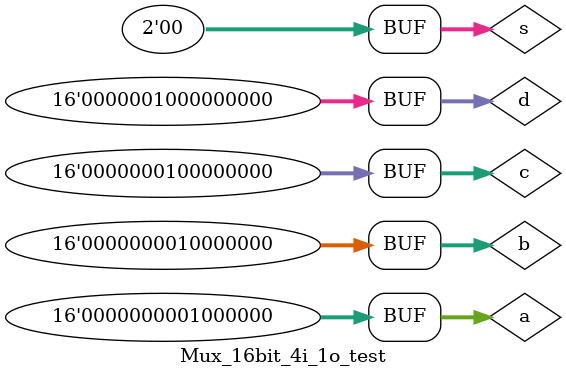
<source format=v>
`timescale 1ns / 1ps


module Mux_16bit_4i_1o_test;

	// Inputs
	reg [1:0] s;
	reg [15:0] a;
	reg [15:0] b;
	reg [15:0] c;
	reg [15:0] d;

	// Outputs
	wire [15:0] r;

	// Instantiate the Unit Under Test (UUT)
	Mux_16bit_4i_1o uut (
		.s(s), 
		.a(a), 
		.b(b), 
		.c(c), 
		.d(d), 
		.r(r)
	);

	initial begin
		// Initialize Inputs
		s = 0;
		a = 0;
		b = 0;
		c = 0;
		d = 0;

		// Wait 100 ns for global reset to finish
		#50;
		repeat (4) begin //S
			repeat (2) begin //A
				repeat (2) begin //B
					repeat (2) begin //C
						repeat (2) begin //D
							#10;
							//Test
							if(s == 0 && r != a)		// s = 0, choose a
								$display("fail");
							else if(s == 1 && r != b)	// s = 1, choose b
								$display("fail");
							else if(s == 2 && r != c)	// s = 2, choose c
								$display("fail");
							else if(s == 3 && r != d)	// s = 3, choose d
								$display("fail");
							else
								$display("pass");
							d = d + 8;
						end
						c = c + 8;
					end
					b = b+8;
				end //End B
				a = a + 8;
			end //End A
			s = s +1;
		end //End S
	end
      
endmodule


</source>
